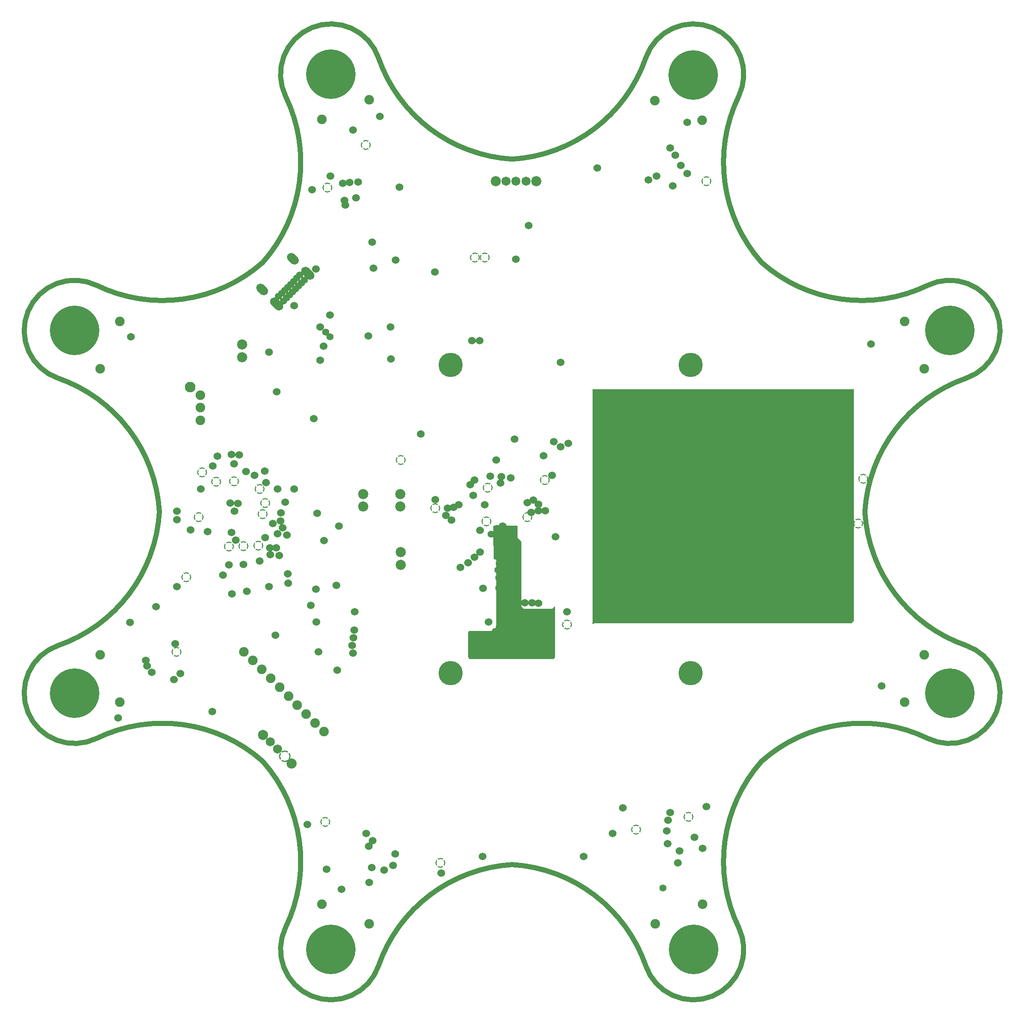
<source format=gbr>
G04*
G04 #@! TF.GenerationSoftware,Altium Limited,Altium Designer,25.8.1 (18)*
G04*
G04 Layer_Physical_Order=3*
G04 Layer_Color=32768*
%FSLAX44Y44*%
%MOMM*%
G71*
G04*
G04 #@! TF.SameCoordinates,1712F0CB-3B61-41A3-BC14-C9FE2E182D8B*
G04*
G04*
G04 #@! TF.FilePolarity,Negative*
G04*
G01*
G75*
%ADD15C,0.2540*%
%ADD147C,1.5240*%
%ADD149C,1.0160*%
%ADD150C,4.8260*%
G04:AMPARAMS|DCode=151|XSize=1.716mm|YSize=3.016mm|CornerRadius=0mm|HoleSize=0mm|Usage=FLASHONLY|Rotation=225.000|XOffset=0mm|YOffset=0mm|HoleType=Round|Shape=Round|*
%AMOVALD151*
21,1,1.3000,1.7160,0.0000,0.0000,315.0*
1,1,1.7160,-0.4596,0.4596*
1,1,1.7160,0.4596,-0.4596*
%
%ADD151OVALD151*%

%ADD152C,1.4160*%
G04:AMPARAMS|DCode=153|XSize=1.716mm|YSize=2.616mm|CornerRadius=0mm|HoleSize=0mm|Usage=FLASHONLY|Rotation=225.000|XOffset=0mm|YOffset=0mm|HoleType=Round|Shape=Round|*
%AMOVALD153*
21,1,0.9000,1.7160,0.0000,0.0000,315.0*
1,1,1.7160,-0.3182,0.3182*
1,1,1.7160,0.3182,-0.3182*
%
%ADD153OVALD153*%

%ADD154C,2.0160*%
%ADD155C,1.8160*%
%ADD156C,1.9160*%
G04:AMPARAMS|DCode=157|XSize=2.324mm|YSize=2.324mm|CornerRadius=0mm|HoleSize=0mm|Usage=FLASHONLY|Rotation=0.000|XOffset=0mm|YOffset=0mm|HoleType=Round|Shape=Relief|Width=0.254mm|Gap=0.254mm|Entries=4|*
%AMTHD157*
7,0,0,2.3240,1.8160,0.2540,45*
%
%ADD157THD157*%
%ADD158C,2.2098*%
%ADD159C,2.1160*%
%ADD160C,9.8160*%
%ADD161C,1.7272*%
%ADD162C,1.3970*%
G04:AMPARAMS|DCode=163|XSize=2.032mm|YSize=2.032mm|CornerRadius=0mm|HoleSize=0mm|Usage=FLASHONLY|Rotation=0.000|XOffset=0mm|YOffset=0mm|HoleType=Round|Shape=Relief|Width=0.254mm|Gap=0.254mm|Entries=4|*
%AMTHD163*
7,0,0,2.0320,1.5240,0.2540,45*
%
%ADD163THD163*%
G36*
X1094740Y1383030D02*
Y1432560D01*
X1096010Y1433830D01*
X1148080D01*
X1150620Y1436370D01*
Y1577340D01*
X1151890Y1578610D01*
X1145540D01*
Y1604010D01*
X1144270Y1605280D01*
Y1643380D01*
X1189990D01*
Y1619250D01*
X1197610Y1611630D01*
Y1483360D01*
X1202690Y1478280D01*
X1261110D01*
X1264920Y1482090D01*
Y1383030D01*
X1262380Y1380490D01*
X1097280D01*
X1094740Y1383030D01*
D02*
G37*
G36*
X1341120Y1450340D02*
Y1915160D01*
X1858010D01*
Y1455420D01*
X1854200Y1451610D01*
X1342390D01*
X1341120Y1450340D01*
D02*
G37*
D15*
X1614170Y1635760D02*
Y1640840D01*
Y1635760D02*
Y1640840D01*
X1592580D02*
X1635760D01*
X1592580Y1676400D02*
X1635760D01*
Y1640840D02*
Y1676400D01*
X1592580Y1640840D02*
Y1676400D01*
X1144270Y1637030D02*
Y1643380D01*
X1189990D01*
Y1619250D02*
Y1643380D01*
Y1619250D02*
X1197610Y1611630D01*
Y1483360D02*
Y1611630D01*
Y1483360D02*
X1202690Y1478280D01*
X1261110D01*
X1264920Y1482090D01*
Y1383030D02*
Y1482090D01*
X1262380Y1380490D02*
X1264920Y1383030D01*
X1097280Y1380490D02*
X1262380D01*
X1094740Y1383030D02*
X1097280Y1380490D01*
X1094740Y1383030D02*
Y1432560D01*
X1096010Y1433830D01*
X1148080D01*
X1150620Y1436370D01*
Y1577340D01*
X1151890Y1578610D01*
X1145540D02*
X1151890D01*
X1145540D02*
Y1604010D01*
X1144270Y1605280D02*
X1145540Y1604010D01*
X1144270Y1605280D02*
Y1637030D01*
X1858010Y1455420D02*
Y1915160D01*
X1854200Y1451610D02*
X1858010Y1455420D01*
X1342390Y1451610D02*
X1854200D01*
X1341120Y1450340D02*
X1342390Y1451610D01*
D147*
X721950Y1669460D02*
D03*
X1893549Y2004714D02*
D03*
X1819910Y1675130D02*
D03*
X1807513Y1768143D02*
D03*
X1832610Y1755907D02*
D03*
X1529080Y2444750D02*
D03*
X1516380Y2359660D02*
D03*
X1845310Y1718310D02*
D03*
X1671320Y1704340D02*
D03*
X1664015Y1744665D02*
D03*
X1630680Y1717040D02*
D03*
X1350190Y2354580D02*
D03*
X1451610Y2330450D02*
D03*
X1277620Y1968500D02*
D03*
X1188720Y2172970D02*
D03*
X1260727Y1744260D02*
D03*
X1186180Y1816100D02*
D03*
X1623060Y1680210D02*
D03*
X1915160Y1325920D02*
D03*
X1543050Y1024890D02*
D03*
X1488440Y1037590D02*
D03*
X1400810Y1083310D02*
D03*
X1380708Y1032292D02*
D03*
X1510030Y974090D02*
D03*
X1247140Y1673860D02*
D03*
X1267460Y1621790D02*
D03*
X1290320Y1473200D02*
D03*
X1234440Y1409700D02*
D03*
X957580Y2316142D02*
D03*
X1027610Y2147390D02*
D03*
X949960Y2171700D02*
D03*
X865277Y2429917D02*
D03*
X905256Y2154936D02*
D03*
X1137420Y1742088D02*
D03*
X1116766Y2011680D02*
D03*
X1101090D02*
D03*
X999490Y1826260D02*
D03*
X1028700Y1695450D02*
D03*
X940240Y1975290D02*
D03*
X820420Y2338070D02*
D03*
X800100Y1972310D02*
D03*
X787400Y1856740D02*
D03*
X424180Y2019300D02*
D03*
X713740Y1910080D02*
D03*
X628650Y1766570D02*
D03*
X586740Y1762760D02*
D03*
X730250Y1690370D02*
D03*
X715010Y1717040D02*
D03*
X793750Y1668780D02*
D03*
X562610Y1717040D02*
D03*
X621030Y1689100D02*
D03*
X636270Y1688120D02*
D03*
X629920Y1672590D02*
D03*
X1117600Y1634413D02*
D03*
X1134319Y1452878D02*
D03*
X792480Y1452880D02*
D03*
X1120140Y1410480D02*
D03*
X948690Y991870D02*
D03*
X896990Y935620D02*
D03*
X863600Y1405890D02*
D03*
X796290Y1393190D02*
D03*
X734060Y1625600D02*
D03*
X542293Y1635760D02*
D03*
X576580Y1631950D02*
D03*
X690880Y1620520D02*
D03*
X647700Y1567180D02*
D03*
X618490Y1566101D02*
D03*
X774700Y1050290D02*
D03*
X711245Y1426165D02*
D03*
X697837Y1522730D02*
D03*
X515620D02*
D03*
X511804Y1409700D02*
D03*
X421788Y1451400D02*
D03*
X398428Y1262380D02*
D03*
X918063Y2456327D02*
D03*
X521771Y1349811D02*
D03*
X509821Y1338580D02*
D03*
X849630Y2280920D02*
D03*
X836930Y1643380D02*
D03*
X807720Y1614170D02*
D03*
X1162050Y1643380D02*
D03*
X1151193Y1638042D02*
D03*
X1233170Y1686560D02*
D03*
X1223010Y1694550D02*
D03*
X1219238Y1669806D02*
D03*
X1211624Y1690052D02*
D03*
X1052830Y1678940D02*
D03*
X1126523Y1685313D02*
D03*
X1097503Y1725457D02*
D03*
X1106170Y1734820D02*
D03*
X1149418Y1774121D02*
D03*
X652780Y1751330D02*
D03*
X669290Y1743710D02*
D03*
X871220Y2294890D02*
D03*
X848450Y2289900D02*
D03*
X1504950Y2379980D02*
D03*
X1494835Y2393905D02*
D03*
X903785Y1018540D02*
D03*
X896620Y1007110D02*
D03*
X473710Y1483360D02*
D03*
X453390Y1376680D02*
D03*
X632460Y1615440D02*
D03*
X455930Y1365250D02*
D03*
X654050Y1513840D02*
D03*
X465099Y1352271D02*
D03*
X939800Y2038805D02*
D03*
X902970Y2207260D02*
D03*
X800100Y2038350D02*
D03*
X806450Y2000250D02*
D03*
X748030Y2080688D02*
D03*
X698500Y1988820D02*
D03*
X692150Y1729740D02*
D03*
X689610Y1752600D02*
D03*
X725170Y1639570D02*
D03*
X712470Y1600200D02*
D03*
X718820Y1584960D02*
D03*
X1233170Y1673370D02*
D03*
X1074918Y1685372D02*
D03*
X1040130Y953770D02*
D03*
X1567180Y1085850D02*
D03*
X1529080Y2343150D02*
D03*
X783590Y2311400D02*
D03*
X1499870Y2319020D02*
D03*
X1214120Y2240280D02*
D03*
X858520Y2325370D02*
D03*
X515620Y1656080D02*
D03*
X624840Y1508760D02*
D03*
X515620Y1672590D02*
D03*
X891540Y1032510D02*
D03*
X1122680Y986790D02*
D03*
X844550Y2324100D02*
D03*
X1468120Y2338070D02*
D03*
X1323340Y986790D02*
D03*
X927100Y960120D02*
D03*
X902598Y964828D02*
D03*
X1494590Y1074243D02*
D03*
X1490948Y1059180D02*
D03*
X1103984Y1704354D02*
D03*
X1064988Y1680370D02*
D03*
X1060414Y1654809D02*
D03*
X1049739Y1664204D02*
D03*
X1122874Y1519723D02*
D03*
X1078230Y1560830D02*
D03*
X1093470Y1569904D02*
D03*
X1106170Y1581150D02*
D03*
X1117007Y1591673D02*
D03*
X1178560Y1738996D02*
D03*
X1243330Y1783080D02*
D03*
X1220470Y1490980D02*
D03*
X1205859Y1490758D02*
D03*
X1292860Y1807120D02*
D03*
X1277438Y1800677D02*
D03*
X1263650Y1811020D02*
D03*
X1158240Y1728470D02*
D03*
X1159510Y1741170D02*
D03*
X1233126Y1490218D02*
D03*
X841912Y922118D02*
D03*
X868680Y1473200D02*
D03*
X781050Y1485900D02*
D03*
X833959Y1357199D02*
D03*
X831850Y1525270D02*
D03*
X791210Y1517650D02*
D03*
X864870Y1390650D02*
D03*
X866140Y1421130D02*
D03*
X867410Y1436370D02*
D03*
X585470Y1275080D02*
D03*
X748030Y1717040D02*
D03*
X735330Y1548130D02*
D03*
X735926Y1529676D02*
D03*
X679495Y1573575D02*
D03*
X638810Y1784350D02*
D03*
X623570Y1785620D02*
D03*
X895350Y2020570D02*
D03*
X819150Y2062480D02*
D03*
X791210Y2153920D02*
D03*
X607060Y1545590D02*
D03*
X721360Y1653540D02*
D03*
X706120Y1647825D02*
D03*
X595630Y1781810D02*
D03*
X715010Y1628140D02*
D03*
X701040Y1586230D02*
D03*
X699770Y1600200D02*
D03*
X623570Y1630680D02*
D03*
X812800Y961390D02*
D03*
X944880Y969010D02*
D03*
X875030Y2326640D02*
D03*
X1559560Y1003300D02*
D03*
X1513840Y997536D02*
D03*
X1490149Y1012386D02*
D03*
D149*
X279262Y1405815D02*
G03*
X355664Y1221365I32721J-94495D01*
G01*
X279262Y1405815D02*
G03*
X480561Y1671320I-98162J283486D01*
G01*
D02*
G03*
X279262Y1936825I-299461J-17981D01*
G01*
X355664Y2121275D02*
G03*
X279262Y1936825I-43681J-89955D01*
G01*
X355664Y2121275D02*
G03*
X685744Y2166676I131043J269866D01*
G01*
D02*
G03*
X731145Y2496756I-224465J199036D01*
G01*
X915595Y2573158D02*
G03*
X731145Y2496756I-94495J-32721D01*
G01*
X915595Y2573158D02*
G03*
X1181100Y2371859I283486J98162D01*
G01*
X1181100D02*
G03*
X1446605Y2573158I-17981J299461D01*
G01*
X1631055Y2496756D02*
G03*
X1446605Y2573158I-89955J43681D01*
G01*
X1631055Y2496756D02*
G03*
X1676456Y2166676I269866J-131043D01*
G01*
D02*
G03*
X2006536Y2121275I199036J224465D01*
G01*
X2082938Y1936825D02*
G03*
X2006536Y2121275I-32721J94495D01*
G01*
X2082938Y1936825D02*
G03*
X1881639Y1671320I98162J-283486D01*
G01*
D02*
G03*
X2082938Y1405815I299461J17981D01*
G01*
X2006536Y1221365D02*
G03*
X2082938Y1405815I43681J89955D01*
G01*
X2006536Y1221365D02*
G03*
X1676456Y1175964I-131043J-269866D01*
G01*
Y1175964D02*
G03*
X1631055Y845884I224465J-199036D01*
G01*
X1446605Y769482D02*
G03*
X1631055Y845884I94495J32721D01*
G01*
X1446605Y769482D02*
G03*
X1181100Y970781I-283486J-98162D01*
G01*
D02*
G03*
X915595Y769482I17981J-299461D01*
G01*
X731145Y845884D02*
G03*
X915595Y769482I89955J-43681D01*
G01*
X731145Y845884D02*
G03*
X685744Y1175964I-269866J131043D01*
G01*
X685744Y1175964D02*
G03*
X355664Y1221365I-199036J-224465D01*
G01*
D150*
X1535430Y1963420D02*
D03*
X1059180D02*
D03*
Y1351280D02*
D03*
X1535430D02*
D03*
D151*
X774850Y2145014D02*
D03*
X713756Y2083920D02*
D03*
D152*
X756854Y2119947D02*
D03*
X750844Y2113937D02*
D03*
X744833Y2107926D02*
D03*
X738823Y2101916D02*
D03*
X717256Y2099441D02*
D03*
X723266Y2105452D02*
D03*
X729277Y2111462D02*
D03*
X735287Y2117472D02*
D03*
X741298Y2123483D02*
D03*
X747308Y2129493D02*
D03*
X753318Y2135504D02*
D03*
X759329Y2141514D02*
D03*
X732812Y2095906D02*
D03*
X762864Y2125958D02*
D03*
X726802Y2089895D02*
D03*
X768875Y2131968D02*
D03*
D153*
X745505Y2174359D02*
D03*
X684411Y2113265D02*
D03*
D154*
X1228720Y2327910D02*
D03*
X1148720D02*
D03*
X645160Y1978660D02*
D03*
X743294Y1171866D02*
D03*
X686726Y1228434D02*
D03*
X645160Y2003660D02*
D03*
X885190Y1681880D02*
D03*
Y1706880D02*
D03*
X959020Y1681680D02*
D03*
Y1706680D02*
D03*
X960120Y1566310D02*
D03*
Y1591310D02*
D03*
D155*
X1208720Y2327910D02*
D03*
X1168720D02*
D03*
X1188720D02*
D03*
X700868Y1214292D02*
D03*
X715010Y1200150D02*
D03*
D156*
X561510Y1853330D02*
D03*
X648416Y1393744D02*
D03*
X807515Y1234645D02*
D03*
X789838Y1252322D02*
D03*
X772160Y1270000D02*
D03*
X754482Y1287678D02*
D03*
X736805Y1305355D02*
D03*
X719127Y1323033D02*
D03*
X701449Y1340711D02*
D03*
X683772Y1358388D02*
D03*
X666094Y1376066D02*
D03*
X561510Y1903330D02*
D03*
Y1878330D02*
D03*
X897194Y2489478D02*
D03*
X803327Y2450597D02*
D03*
X362942Y1955226D02*
D03*
X401823Y2049093D02*
D03*
X1999258Y1955226D02*
D03*
X1960377Y2049093D02*
D03*
X1999258Y1387414D02*
D03*
X1960377Y1293547D02*
D03*
X1464417Y2487771D02*
D03*
X1558283Y2448890D02*
D03*
X401823Y1293547D02*
D03*
X362942Y1387414D02*
D03*
X803327Y892043D02*
D03*
X897194Y853162D02*
D03*
X1558873Y892043D02*
D03*
X1465006Y853162D02*
D03*
D157*
X729152Y1186008D02*
D03*
D158*
X1614170Y1657350D02*
D03*
D159*
X541510Y1919330D02*
D03*
D160*
X821100Y2540437D02*
D03*
X311983Y2031320D02*
D03*
X2050217D02*
D03*
Y1311320D02*
D03*
X1540510Y2538730D02*
D03*
X311983Y1311320D02*
D03*
X821100Y802203D02*
D03*
X1541100D02*
D03*
D161*
X1733550Y1752600D02*
D03*
Y1676400D02*
D03*
X1828800Y1866900D02*
D03*
X1847850Y1828800D02*
D03*
X1809750D02*
D03*
X1790700Y1790700D02*
D03*
X1752600Y1866900D02*
D03*
X1790700D02*
D03*
X1714500D02*
D03*
X1695450Y1828800D02*
D03*
X1771650D02*
D03*
X1752600Y1790700D02*
D03*
X1733550Y1828800D02*
D03*
X1714500Y1790700D02*
D03*
X1828800D02*
D03*
X1847850Y1752600D02*
D03*
X1771650D02*
D03*
X1600200Y1866900D02*
D03*
X1638300D02*
D03*
X1524000D02*
D03*
X1562100D02*
D03*
X1485900D02*
D03*
X1676400D02*
D03*
X1657350Y1828800D02*
D03*
X1619250D02*
D03*
X1600200Y1790700D02*
D03*
X1638300D02*
D03*
X1676400D02*
D03*
X1581150Y1752600D02*
D03*
X1619250D02*
D03*
X1543050Y1828800D02*
D03*
X1581150D02*
D03*
X1504950D02*
D03*
X1524000Y1790700D02*
D03*
X1562100D02*
D03*
X1543050Y1752600D02*
D03*
X1504950D02*
D03*
X1752600Y1714500D02*
D03*
X1562100D02*
D03*
X1485900D02*
D03*
X1524000D02*
D03*
X1600200D02*
D03*
X1447800Y1866900D02*
D03*
X1409700D02*
D03*
X1466850Y1828800D02*
D03*
X1485900Y1790700D02*
D03*
X1428750Y1828800D02*
D03*
X1409700Y1790700D02*
D03*
X1390650Y1752600D02*
D03*
X1428750D02*
D03*
X1390650Y1828800D02*
D03*
X1371600Y1790700D02*
D03*
Y1866900D02*
D03*
X1466850Y1752600D02*
D03*
X1409700Y1714500D02*
D03*
X1447800D02*
D03*
X1371600D02*
D03*
X1771650Y1676400D02*
D03*
X1714500Y1638300D02*
D03*
X1676400D02*
D03*
X1828800D02*
D03*
X1847850Y1600200D02*
D03*
X1771650D02*
D03*
X1809750D02*
D03*
X1828800Y1562100D02*
D03*
X1847850Y1524000D02*
D03*
X1752600Y1562100D02*
D03*
X1790700D02*
D03*
X1752600Y1638300D02*
D03*
X1733550Y1600200D02*
D03*
X1657350D02*
D03*
X1695450D02*
D03*
X1714500Y1562100D02*
D03*
X1695450Y1524000D02*
D03*
X1676400Y1562100D02*
D03*
X1543050Y1676400D02*
D03*
X1581150D02*
D03*
X1600200Y1638300D02*
D03*
X1638300D02*
D03*
X1524000D02*
D03*
X1562100D02*
D03*
X1466850Y1676400D02*
D03*
X1504950D02*
D03*
X1390650D02*
D03*
X1428750D02*
D03*
X1447800Y1638300D02*
D03*
X1485900D02*
D03*
X1409700D02*
D03*
X1390650Y1600200D02*
D03*
X1581150D02*
D03*
X1619250D02*
D03*
X1543050D02*
D03*
X1600200Y1562100D02*
D03*
X1638300D02*
D03*
X1524000D02*
D03*
X1562100D02*
D03*
X1466850Y1600200D02*
D03*
X1504950D02*
D03*
X1428750D02*
D03*
X1409700Y1562100D02*
D03*
X1447800D02*
D03*
X1485900D02*
D03*
X1390650Y1524000D02*
D03*
X1771650D02*
D03*
X1809750D02*
D03*
X1733550D02*
D03*
X1676400Y1485900D02*
D03*
X1790700D02*
D03*
X1828800D02*
D03*
X1714500D02*
D03*
X1752600D02*
D03*
X1619250Y1524000D02*
D03*
X1657350D02*
D03*
X1543050D02*
D03*
X1581150D02*
D03*
X1600200Y1485900D02*
D03*
X1638300D02*
D03*
X1524000D02*
D03*
X1562100D02*
D03*
X1466850Y1524000D02*
D03*
X1504950D02*
D03*
X1428750D02*
D03*
X1447800Y1485900D02*
D03*
X1485900D02*
D03*
X1409700D02*
D03*
X1371600Y1638300D02*
D03*
Y1562100D02*
D03*
Y1485900D02*
D03*
D162*
X1797050Y1771650D02*
D03*
X1784350D02*
D03*
X1441450Y1785620D02*
D03*
X1452880D02*
D03*
X1480820Y924560D02*
D03*
X1191260Y1610360D02*
D03*
X1181100Y1620520D02*
D03*
Y1610360D02*
D03*
X1188720Y1596390D02*
D03*
X1181100Y1591310D02*
D03*
Y1601470D02*
D03*
X1192530Y1560830D02*
D03*
X1200150Y1430020D02*
D03*
X1215390Y1427480D02*
D03*
X1223010Y1398270D02*
D03*
X1207770Y1423670D02*
D03*
X1202690Y1407160D02*
D03*
X1196340Y1416050D02*
D03*
X1197610Y1403350D02*
D03*
X1212850Y1398270D02*
D03*
X1201420Y1394460D02*
D03*
X1198880Y1385570D02*
D03*
X1191260Y1574800D02*
D03*
X1188720Y1551940D02*
D03*
Y1586230D02*
D03*
X1183640Y1569720D02*
D03*
X1191260Y1512570D02*
D03*
Y1502410D02*
D03*
X1189990Y1537970D02*
D03*
X1188720Y1525270D02*
D03*
X1182370Y1545590D02*
D03*
Y1531620D02*
D03*
Y1578610D02*
D03*
Y1558290D02*
D03*
Y1518920D02*
D03*
Y1504950D02*
D03*
X1165860D02*
D03*
X1181100Y1431290D02*
D03*
X1187450Y1424940D02*
D03*
X1173480Y1413510D02*
D03*
X1179830Y1404620D02*
D03*
Y1385570D02*
D03*
X1188720D02*
D03*
X1179830Y1394460D02*
D03*
X1170940Y1388110D02*
D03*
Y1404620D02*
D03*
X1165860Y1629410D02*
D03*
X1163320Y1596390D02*
D03*
X1159510Y1623060D02*
D03*
X1162050Y1609090D02*
D03*
Y1582420D02*
D03*
Y1562100D02*
D03*
X1155700Y1568450D02*
D03*
X1153160Y1555750D02*
D03*
X1151890Y1626870D02*
D03*
X1150620Y1607820D02*
D03*
X1151890Y1596390D02*
D03*
Y1582420D02*
D03*
X1162050Y1536700D02*
D03*
X1164590Y1525270D02*
D03*
X1159510Y1549400D02*
D03*
X1156970Y1529080D02*
D03*
X1164590Y1515110D02*
D03*
X1159510Y1511300D02*
D03*
X1160780Y1426210D02*
D03*
X1154430Y1540510D02*
D03*
Y1520190D02*
D03*
X1155700Y1441450D02*
D03*
X1151890Y1417320D02*
D03*
X1148080Y1433830D02*
D03*
X1139190Y1626870D02*
D03*
Y1426210D02*
D03*
X1129030Y1422400D02*
D03*
X1151890Y1407160D02*
D03*
Y1398270D02*
D03*
X1130300Y1399540D02*
D03*
X1151890Y1388110D02*
D03*
X1162050D02*
D03*
X1141730Y1397000D02*
D03*
X819150Y2019300D02*
D03*
X810465Y2027985D02*
D03*
D163*
X690880Y1689100D02*
D03*
X1427480Y1040130D02*
D03*
X1531620Y1065530D02*
D03*
X890270Y2400300D02*
D03*
X810260Y1055370D02*
D03*
X1038860Y974090D02*
D03*
X618490Y1602740D02*
D03*
X558800Y1661160D02*
D03*
X647700Y1602930D02*
D03*
X676910Y1604010D02*
D03*
X679450Y1717040D02*
D03*
X593090Y1731004D02*
D03*
X565150Y1750060D02*
D03*
X685800Y1666939D02*
D03*
X514350Y1393190D02*
D03*
X1107440Y2176780D02*
D03*
X1868170Y1648460D02*
D03*
X628650Y1732280D02*
D03*
X1126490Y2176780D02*
D03*
X959597Y1774190D02*
D03*
X1290320Y1447800D02*
D03*
X1245668Y1734596D02*
D03*
X1878330Y1737360D02*
D03*
X1132419Y1719353D02*
D03*
X1130427Y1652188D02*
D03*
X533865Y1541315D02*
D03*
X814070Y2315210D02*
D03*
X1028700Y1678940D02*
D03*
X1210984Y1661160D02*
D03*
X1567180Y2328360D02*
D03*
M02*

</source>
